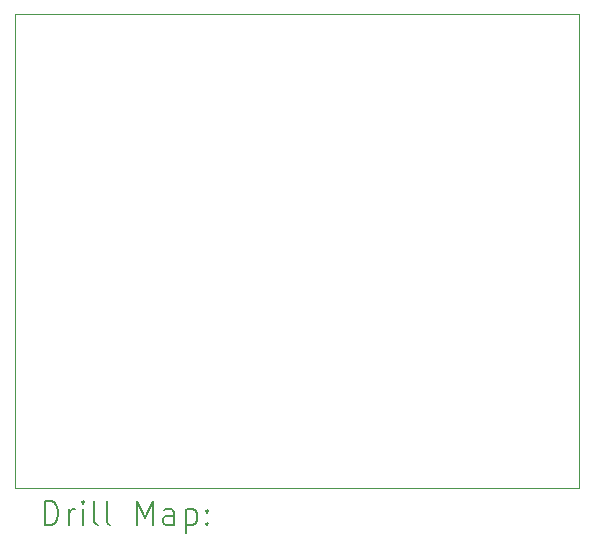
<source format=gbr>
%TF.GenerationSoftware,KiCad,Pcbnew,7.0.8*%
%TF.CreationDate,2023-11-20T21:22:03+01:00*%
%TF.ProjectId,led-controller,6c65642d-636f-46e7-9472-6f6c6c65722e,rev?*%
%TF.SameCoordinates,Original*%
%TF.FileFunction,Drillmap*%
%TF.FilePolarity,Positive*%
%FSLAX45Y45*%
G04 Gerber Fmt 4.5, Leading zero omitted, Abs format (unit mm)*
G04 Created by KiCad (PCBNEW 7.0.8) date 2023-11-20 21:22:03*
%MOMM*%
%LPD*%
G01*
G04 APERTURE LIST*
%ADD10C,0.100000*%
%ADD11C,0.200000*%
G04 APERTURE END LIST*
D10*
X6705600Y-8128000D02*
X11480800Y-8128000D01*
X11480800Y-12141200D01*
X6705600Y-12141200D01*
X6705600Y-8128000D01*
D11*
X6961377Y-12457684D02*
X6961377Y-12257684D01*
X6961377Y-12257684D02*
X7008996Y-12257684D01*
X7008996Y-12257684D02*
X7037567Y-12267208D01*
X7037567Y-12267208D02*
X7056615Y-12286255D01*
X7056615Y-12286255D02*
X7066139Y-12305303D01*
X7066139Y-12305303D02*
X7075662Y-12343398D01*
X7075662Y-12343398D02*
X7075662Y-12371969D01*
X7075662Y-12371969D02*
X7066139Y-12410065D01*
X7066139Y-12410065D02*
X7056615Y-12429112D01*
X7056615Y-12429112D02*
X7037567Y-12448160D01*
X7037567Y-12448160D02*
X7008996Y-12457684D01*
X7008996Y-12457684D02*
X6961377Y-12457684D01*
X7161377Y-12457684D02*
X7161377Y-12324350D01*
X7161377Y-12362446D02*
X7170901Y-12343398D01*
X7170901Y-12343398D02*
X7180424Y-12333874D01*
X7180424Y-12333874D02*
X7199472Y-12324350D01*
X7199472Y-12324350D02*
X7218520Y-12324350D01*
X7285186Y-12457684D02*
X7285186Y-12324350D01*
X7285186Y-12257684D02*
X7275662Y-12267208D01*
X7275662Y-12267208D02*
X7285186Y-12276731D01*
X7285186Y-12276731D02*
X7294710Y-12267208D01*
X7294710Y-12267208D02*
X7285186Y-12257684D01*
X7285186Y-12257684D02*
X7285186Y-12276731D01*
X7408996Y-12457684D02*
X7389948Y-12448160D01*
X7389948Y-12448160D02*
X7380424Y-12429112D01*
X7380424Y-12429112D02*
X7380424Y-12257684D01*
X7513758Y-12457684D02*
X7494710Y-12448160D01*
X7494710Y-12448160D02*
X7485186Y-12429112D01*
X7485186Y-12429112D02*
X7485186Y-12257684D01*
X7742329Y-12457684D02*
X7742329Y-12257684D01*
X7742329Y-12257684D02*
X7808996Y-12400541D01*
X7808996Y-12400541D02*
X7875662Y-12257684D01*
X7875662Y-12257684D02*
X7875662Y-12457684D01*
X8056615Y-12457684D02*
X8056615Y-12352922D01*
X8056615Y-12352922D02*
X8047091Y-12333874D01*
X8047091Y-12333874D02*
X8028043Y-12324350D01*
X8028043Y-12324350D02*
X7989948Y-12324350D01*
X7989948Y-12324350D02*
X7970901Y-12333874D01*
X8056615Y-12448160D02*
X8037567Y-12457684D01*
X8037567Y-12457684D02*
X7989948Y-12457684D01*
X7989948Y-12457684D02*
X7970901Y-12448160D01*
X7970901Y-12448160D02*
X7961377Y-12429112D01*
X7961377Y-12429112D02*
X7961377Y-12410065D01*
X7961377Y-12410065D02*
X7970901Y-12391017D01*
X7970901Y-12391017D02*
X7989948Y-12381493D01*
X7989948Y-12381493D02*
X8037567Y-12381493D01*
X8037567Y-12381493D02*
X8056615Y-12371969D01*
X8151853Y-12324350D02*
X8151853Y-12524350D01*
X8151853Y-12333874D02*
X8170901Y-12324350D01*
X8170901Y-12324350D02*
X8208996Y-12324350D01*
X8208996Y-12324350D02*
X8228043Y-12333874D01*
X8228043Y-12333874D02*
X8237567Y-12343398D01*
X8237567Y-12343398D02*
X8247091Y-12362446D01*
X8247091Y-12362446D02*
X8247091Y-12419588D01*
X8247091Y-12419588D02*
X8237567Y-12438636D01*
X8237567Y-12438636D02*
X8228043Y-12448160D01*
X8228043Y-12448160D02*
X8208996Y-12457684D01*
X8208996Y-12457684D02*
X8170901Y-12457684D01*
X8170901Y-12457684D02*
X8151853Y-12448160D01*
X8332805Y-12438636D02*
X8342329Y-12448160D01*
X8342329Y-12448160D02*
X8332805Y-12457684D01*
X8332805Y-12457684D02*
X8323282Y-12448160D01*
X8323282Y-12448160D02*
X8332805Y-12438636D01*
X8332805Y-12438636D02*
X8332805Y-12457684D01*
X8332805Y-12333874D02*
X8342329Y-12343398D01*
X8342329Y-12343398D02*
X8332805Y-12352922D01*
X8332805Y-12352922D02*
X8323282Y-12343398D01*
X8323282Y-12343398D02*
X8332805Y-12333874D01*
X8332805Y-12333874D02*
X8332805Y-12352922D01*
M02*

</source>
